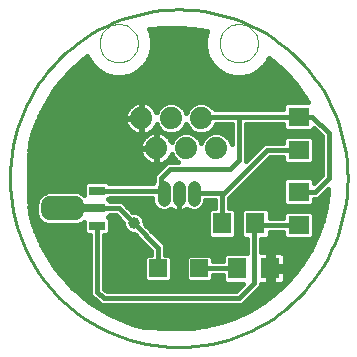
<source format=gtl>
G75*
G70*
%OFA0B0*%
%FSLAX24Y24*%
%IPPOS*%
%LPD*%
%AMOC8*
5,1,8,0,0,1.08239X$1,22.5*
%
%ADD10C,0.0100*%
%ADD11C,0.0436*%
%ADD12R,0.0709X0.0630*%
%ADD13R,0.0630X0.0709*%
%ADD14R,0.0551X0.0315*%
%ADD15R,0.0748X0.0315*%
%ADD16C,0.0600*%
%ADD17R,0.0591X0.0591*%
%ADD18C,0.0740*%
%ADD19C,0.0000*%
%ADD20C,0.0160*%
%ADD21C,0.0396*%
D10*
X000150Y005775D02*
X000157Y006051D01*
X000177Y006326D01*
X000211Y006600D01*
X000258Y006872D01*
X000319Y007142D01*
X000392Y007408D01*
X000479Y007670D01*
X000578Y007928D01*
X000690Y008180D01*
X000814Y008427D01*
X000950Y008667D01*
X001098Y008900D01*
X001257Y009126D01*
X001427Y009343D01*
X001607Y009553D01*
X001798Y009752D01*
X001997Y009943D01*
X002207Y010123D01*
X002424Y010293D01*
X002650Y010452D01*
X002883Y010600D01*
X003123Y010736D01*
X003370Y010860D01*
X003622Y010972D01*
X003880Y011071D01*
X004142Y011158D01*
X004408Y011231D01*
X004678Y011292D01*
X004950Y011339D01*
X005224Y011373D01*
X005499Y011393D01*
X005775Y011400D01*
X006051Y011393D01*
X006326Y011373D01*
X006600Y011339D01*
X006872Y011292D01*
X007142Y011231D01*
X007408Y011158D01*
X007670Y011071D01*
X007928Y010972D01*
X008180Y010860D01*
X008427Y010736D01*
X008667Y010600D01*
X008900Y010452D01*
X009126Y010293D01*
X009343Y010123D01*
X009553Y009943D01*
X009752Y009752D01*
X009943Y009553D01*
X010123Y009343D01*
X010293Y009126D01*
X010452Y008900D01*
X010600Y008667D01*
X010736Y008427D01*
X010860Y008180D01*
X010972Y007928D01*
X011071Y007670D01*
X011158Y007408D01*
X011231Y007142D01*
X011292Y006872D01*
X011339Y006600D01*
X011373Y006326D01*
X011393Y006051D01*
X011400Y005775D01*
X011393Y005499D01*
X011373Y005224D01*
X011339Y004950D01*
X011292Y004678D01*
X011231Y004408D01*
X011158Y004142D01*
X011071Y003880D01*
X010972Y003622D01*
X010860Y003370D01*
X010736Y003123D01*
X010600Y002883D01*
X010452Y002650D01*
X010293Y002424D01*
X010123Y002207D01*
X009943Y001997D01*
X009752Y001798D01*
X009553Y001607D01*
X009343Y001427D01*
X009126Y001257D01*
X008900Y001098D01*
X008667Y000950D01*
X008427Y000814D01*
X008180Y000690D01*
X007928Y000578D01*
X007670Y000479D01*
X007408Y000392D01*
X007142Y000319D01*
X006872Y000258D01*
X006600Y000211D01*
X006326Y000177D01*
X006051Y000157D01*
X005775Y000150D01*
X005499Y000157D01*
X005224Y000177D01*
X004950Y000211D01*
X004678Y000258D01*
X004408Y000319D01*
X004142Y000392D01*
X003880Y000479D01*
X003622Y000578D01*
X003370Y000690D01*
X003123Y000814D01*
X002883Y000950D01*
X002650Y001098D01*
X002424Y001257D01*
X002207Y001427D01*
X001997Y001607D01*
X001798Y001798D01*
X001607Y001997D01*
X001427Y002207D01*
X001257Y002424D01*
X001098Y002650D01*
X000950Y002883D01*
X000814Y003123D01*
X000690Y003370D01*
X000578Y003622D01*
X000479Y003880D01*
X000392Y004142D01*
X000319Y004408D01*
X000258Y004678D01*
X000211Y004950D01*
X000177Y005224D01*
X000157Y005499D01*
X000150Y005775D01*
D11*
X005275Y005493D02*
X005275Y005057D01*
X005775Y005057D02*
X005775Y005493D01*
X006275Y005493D02*
X006275Y005057D01*
D12*
X009775Y005326D03*
X009775Y004224D03*
X009775Y006724D03*
X009775Y007826D03*
D13*
X008326Y004275D03*
X007224Y004275D03*
X007724Y002775D03*
X008826Y002775D03*
D14*
X003055Y004185D03*
X003055Y005365D03*
D15*
X002955Y004775D03*
D16*
X002323Y004875D02*
X002323Y004675D01*
X001487Y004675D01*
X001487Y004875D01*
X002323Y004875D01*
D17*
X005086Y002775D03*
X006464Y002775D03*
D18*
X006025Y006775D03*
X007025Y006775D03*
X006525Y007775D03*
X005525Y007775D03*
X004525Y007775D03*
X005025Y006775D03*
D19*
X003135Y010275D02*
X003137Y010325D01*
X003143Y010375D01*
X003153Y010424D01*
X003166Y010473D01*
X003184Y010520D01*
X003205Y010566D01*
X003229Y010609D01*
X003257Y010651D01*
X003288Y010691D01*
X003322Y010728D01*
X003359Y010762D01*
X003399Y010793D01*
X003441Y010821D01*
X003484Y010845D01*
X003530Y010866D01*
X003577Y010884D01*
X003626Y010897D01*
X003675Y010907D01*
X003725Y010913D01*
X003775Y010915D01*
X003825Y010913D01*
X003875Y010907D01*
X003924Y010897D01*
X003973Y010884D01*
X004020Y010866D01*
X004066Y010845D01*
X004109Y010821D01*
X004151Y010793D01*
X004191Y010762D01*
X004228Y010728D01*
X004262Y010691D01*
X004293Y010651D01*
X004321Y010609D01*
X004345Y010566D01*
X004366Y010520D01*
X004384Y010473D01*
X004397Y010424D01*
X004407Y010375D01*
X004413Y010325D01*
X004415Y010275D01*
X004413Y010225D01*
X004407Y010175D01*
X004397Y010126D01*
X004384Y010077D01*
X004366Y010030D01*
X004345Y009984D01*
X004321Y009941D01*
X004293Y009899D01*
X004262Y009859D01*
X004228Y009822D01*
X004191Y009788D01*
X004151Y009757D01*
X004109Y009729D01*
X004066Y009705D01*
X004020Y009684D01*
X003973Y009666D01*
X003924Y009653D01*
X003875Y009643D01*
X003825Y009637D01*
X003775Y009635D01*
X003725Y009637D01*
X003675Y009643D01*
X003626Y009653D01*
X003577Y009666D01*
X003530Y009684D01*
X003484Y009705D01*
X003441Y009729D01*
X003399Y009757D01*
X003359Y009788D01*
X003322Y009822D01*
X003288Y009859D01*
X003257Y009899D01*
X003229Y009941D01*
X003205Y009984D01*
X003184Y010030D01*
X003166Y010077D01*
X003153Y010126D01*
X003143Y010175D01*
X003137Y010225D01*
X003135Y010275D01*
X007135Y010275D02*
X007137Y010325D01*
X007143Y010375D01*
X007153Y010424D01*
X007166Y010473D01*
X007184Y010520D01*
X007205Y010566D01*
X007229Y010609D01*
X007257Y010651D01*
X007288Y010691D01*
X007322Y010728D01*
X007359Y010762D01*
X007399Y010793D01*
X007441Y010821D01*
X007484Y010845D01*
X007530Y010866D01*
X007577Y010884D01*
X007626Y010897D01*
X007675Y010907D01*
X007725Y010913D01*
X007775Y010915D01*
X007825Y010913D01*
X007875Y010907D01*
X007924Y010897D01*
X007973Y010884D01*
X008020Y010866D01*
X008066Y010845D01*
X008109Y010821D01*
X008151Y010793D01*
X008191Y010762D01*
X008228Y010728D01*
X008262Y010691D01*
X008293Y010651D01*
X008321Y010609D01*
X008345Y010566D01*
X008366Y010520D01*
X008384Y010473D01*
X008397Y010424D01*
X008407Y010375D01*
X008413Y010325D01*
X008415Y010275D01*
X008413Y010225D01*
X008407Y010175D01*
X008397Y010126D01*
X008384Y010077D01*
X008366Y010030D01*
X008345Y009984D01*
X008321Y009941D01*
X008293Y009899D01*
X008262Y009859D01*
X008228Y009822D01*
X008191Y009788D01*
X008151Y009757D01*
X008109Y009729D01*
X008066Y009705D01*
X008020Y009684D01*
X007973Y009666D01*
X007924Y009653D01*
X007875Y009643D01*
X007825Y009637D01*
X007775Y009635D01*
X007725Y009637D01*
X007675Y009643D01*
X007626Y009653D01*
X007577Y009666D01*
X007530Y009684D01*
X007484Y009705D01*
X007441Y009729D01*
X007399Y009757D01*
X007359Y009788D01*
X007322Y009822D01*
X007288Y009859D01*
X007257Y009899D01*
X007229Y009941D01*
X007205Y009984D01*
X007184Y010030D01*
X007166Y010077D01*
X007153Y010126D01*
X007143Y010175D01*
X007137Y010225D01*
X007135Y010275D01*
D20*
X002815Y002288D02*
X002073Y002288D01*
X002172Y002172D02*
X001653Y002780D01*
X001235Y003462D01*
X000929Y004201D01*
X000829Y004617D01*
X000800Y004805D01*
X000775Y005275D01*
X000775Y006275D01*
X000800Y006745D01*
X000829Y006933D01*
X000929Y007349D01*
X001235Y008088D01*
X001653Y008770D01*
X002172Y009378D01*
X002729Y009853D01*
X002731Y009843D01*
X002879Y009587D01*
X003087Y009379D01*
X003343Y009231D01*
X003628Y009155D01*
X003922Y009155D01*
X004207Y009231D01*
X004463Y009379D01*
X004671Y009587D01*
X004819Y009843D01*
X004895Y010128D01*
X004895Y010422D01*
X004819Y010707D01*
X004795Y010749D01*
X004805Y010750D01*
X005275Y010775D01*
X005775Y010775D01*
X006265Y010751D01*
X006725Y010683D01*
X006655Y010422D01*
X006655Y010128D01*
X006731Y009843D01*
X006879Y009587D01*
X007087Y009379D01*
X007343Y009231D01*
X007628Y009155D01*
X007922Y009155D01*
X008207Y009231D01*
X008463Y009379D01*
X008671Y009587D01*
X008775Y009767D01*
X008947Y009640D01*
X009311Y009311D01*
X009640Y008947D01*
X009932Y008553D01*
X010083Y008301D01*
X009354Y008301D01*
X009261Y008207D01*
X009261Y008066D01*
X006978Y008066D01*
X006974Y008075D01*
X006825Y008224D01*
X006630Y008305D01*
X006420Y008305D01*
X006225Y008224D01*
X006076Y008075D01*
X006025Y007953D01*
X005974Y008075D01*
X005825Y008224D01*
X005630Y008305D01*
X005420Y008305D01*
X005225Y008224D01*
X005076Y008075D01*
X005036Y007981D01*
X005035Y007986D01*
X004995Y008063D01*
X004945Y008133D01*
X004883Y008195D01*
X004813Y008245D01*
X004736Y008285D01*
X004654Y008311D01*
X004568Y008325D01*
X004545Y008325D01*
X004545Y007795D01*
X004505Y007795D01*
X004505Y008325D01*
X004482Y008325D01*
X004396Y008311D01*
X004314Y008285D01*
X004237Y008245D01*
X004167Y008195D01*
X004105Y008133D01*
X004055Y008063D01*
X004015Y007986D01*
X003989Y007904D01*
X003975Y007818D01*
X003975Y007795D01*
X004505Y007795D01*
X004505Y007755D01*
X004545Y007755D01*
X004545Y007225D01*
X004568Y007225D01*
X004654Y007239D01*
X004736Y007265D01*
X004813Y007305D01*
X004883Y007355D01*
X004945Y007417D01*
X004995Y007487D01*
X005035Y007564D01*
X005036Y007569D01*
X005076Y007475D01*
X005225Y007326D01*
X005420Y007245D01*
X005630Y007245D01*
X005825Y007326D01*
X005974Y007475D01*
X006025Y007597D01*
X006076Y007475D01*
X006225Y007326D01*
X006420Y007245D01*
X006630Y007245D01*
X006825Y007326D01*
X006974Y007475D01*
X007020Y007586D01*
X007535Y007586D01*
X007535Y006929D01*
X007474Y007075D01*
X007325Y007224D01*
X007130Y007305D01*
X006920Y007305D01*
X006725Y007224D01*
X006576Y007075D01*
X006525Y006953D01*
X006474Y007075D01*
X006325Y007224D01*
X006130Y007305D01*
X005920Y007305D01*
X005725Y007224D01*
X005576Y007075D01*
X005536Y006981D01*
X005535Y006986D01*
X005495Y007063D01*
X005445Y007133D01*
X005383Y007195D01*
X005313Y007245D01*
X005236Y007285D01*
X005154Y007311D01*
X005068Y007325D01*
X005045Y007325D01*
X005045Y006795D01*
X005005Y006795D01*
X005005Y007325D01*
X004982Y007325D01*
X004896Y007311D01*
X004814Y007285D01*
X004737Y007245D01*
X004667Y007195D01*
X004605Y007133D01*
X004555Y007063D01*
X004515Y006986D01*
X004489Y006904D01*
X004475Y006818D01*
X004475Y006795D01*
X005005Y006795D01*
X005005Y006755D01*
X005045Y006755D01*
X005045Y006225D01*
X005068Y006225D01*
X005154Y006239D01*
X005236Y006265D01*
X005313Y006305D01*
X005383Y006355D01*
X005445Y006417D01*
X005495Y006487D01*
X005535Y006564D01*
X005536Y006569D01*
X005576Y006475D01*
X005725Y006326D01*
X005751Y006315D01*
X005427Y006315D01*
X005339Y006278D01*
X005272Y006211D01*
X004981Y005921D01*
X004945Y005833D01*
X004945Y005684D01*
X004912Y005605D01*
X003474Y005605D01*
X003397Y005683D01*
X002713Y005683D01*
X002619Y005589D01*
X002619Y005230D01*
X002584Y005265D01*
X002415Y005335D01*
X001395Y005335D01*
X001226Y005265D01*
X001096Y005136D01*
X001026Y004966D01*
X001026Y004583D01*
X001096Y004414D01*
X001226Y004285D01*
X001395Y004215D01*
X002415Y004215D01*
X002584Y004285D01*
X002619Y004320D01*
X002619Y003961D01*
X002713Y003867D01*
X002815Y003867D01*
X002815Y001947D01*
X002851Y001859D01*
X003072Y001639D01*
X003139Y001572D01*
X003227Y001535D01*
X007823Y001535D01*
X007911Y001572D01*
X008411Y002072D01*
X008478Y002139D01*
X008515Y002227D01*
X008515Y002241D01*
X008749Y002241D01*
X008749Y002698D01*
X008904Y002698D01*
X008904Y002852D01*
X009321Y002852D01*
X009321Y003153D01*
X009309Y003199D01*
X009285Y003240D01*
X009252Y003273D01*
X009211Y003297D01*
X009165Y003309D01*
X008904Y003309D01*
X008904Y002852D01*
X008749Y002852D01*
X008749Y003309D01*
X008515Y003309D01*
X008515Y003761D01*
X008707Y003761D01*
X008801Y003854D01*
X008801Y003984D01*
X009261Y003984D01*
X009261Y003843D01*
X009354Y003749D01*
X010196Y003749D01*
X010289Y003843D01*
X010289Y004605D01*
X010196Y004699D01*
X009354Y004699D01*
X009261Y004605D01*
X009261Y004464D01*
X008801Y004464D01*
X008801Y004696D01*
X008707Y004789D01*
X007945Y004789D01*
X007851Y004696D01*
X007851Y003854D01*
X007945Y003761D01*
X008035Y003761D01*
X008035Y003289D01*
X007343Y003289D01*
X007249Y003196D01*
X007249Y003015D01*
X006919Y003015D01*
X006919Y003137D01*
X006826Y003230D01*
X006102Y003230D01*
X006009Y003137D01*
X006009Y002413D01*
X006102Y002320D01*
X006826Y002320D01*
X006919Y002413D01*
X006919Y002535D01*
X007249Y002535D01*
X007249Y002354D01*
X007343Y002261D01*
X007921Y002261D01*
X007676Y002015D01*
X003374Y002015D01*
X003295Y002094D01*
X003295Y003867D01*
X003397Y003867D01*
X003491Y003961D01*
X003491Y004409D01*
X003418Y004481D01*
X003473Y004535D01*
X003676Y004535D01*
X003917Y004294D01*
X003917Y004204D01*
X003971Y004072D01*
X004072Y003971D01*
X004204Y003917D01*
X004294Y003917D01*
X004846Y003365D01*
X004846Y003230D01*
X004724Y003230D01*
X004631Y003137D01*
X004631Y002413D01*
X004724Y002320D01*
X005448Y002320D01*
X005541Y002413D01*
X005541Y003137D01*
X005448Y003230D01*
X005326Y003230D01*
X005326Y003512D01*
X005289Y003600D01*
X004633Y004256D01*
X004633Y004346D01*
X004579Y004478D01*
X004478Y004579D01*
X004346Y004633D01*
X004256Y004633D01*
X003978Y004911D01*
X003911Y004978D01*
X003823Y005015D01*
X003473Y005015D01*
X003418Y005069D01*
X003474Y005125D01*
X004897Y005125D01*
X004897Y004982D01*
X004954Y004843D01*
X005061Y004736D01*
X005200Y004679D01*
X005350Y004679D01*
X005489Y004736D01*
X005511Y004758D01*
X005521Y004748D01*
X005586Y004704D01*
X005659Y004674D01*
X005736Y004659D01*
X005775Y004659D01*
X005814Y004659D01*
X005891Y004674D01*
X005964Y004704D01*
X006029Y004748D01*
X006039Y004758D01*
X006061Y004736D01*
X006200Y004679D01*
X006350Y004679D01*
X006489Y004736D01*
X006596Y004843D01*
X006653Y004982D01*
X006653Y005035D01*
X006984Y005035D01*
X006984Y004789D01*
X006843Y004789D01*
X006749Y004696D01*
X006749Y003854D01*
X006843Y003761D01*
X007605Y003761D01*
X007699Y003854D01*
X007699Y004696D01*
X007605Y004789D01*
X007464Y004789D01*
X007464Y005124D01*
X008823Y006484D01*
X009261Y006484D01*
X009261Y006343D01*
X009354Y006249D01*
X010196Y006249D01*
X010289Y006343D01*
X010289Y007105D01*
X010196Y007199D01*
X009354Y007199D01*
X009261Y007105D01*
X009261Y006964D01*
X008676Y006964D01*
X008588Y006927D01*
X008520Y006860D01*
X008015Y006354D01*
X008015Y007586D01*
X009261Y007586D01*
X009261Y007445D01*
X009354Y007351D01*
X010196Y007351D01*
X010277Y007433D01*
X010535Y007176D01*
X010535Y005874D01*
X010289Y005629D01*
X010289Y005707D01*
X010196Y005801D01*
X009354Y005801D01*
X009261Y005707D01*
X009261Y004945D01*
X009354Y004851D01*
X010196Y004851D01*
X010289Y004945D01*
X010289Y005086D01*
X010374Y005086D01*
X010462Y005123D01*
X010757Y005418D01*
X010751Y005285D01*
X010679Y004800D01*
X010560Y004324D01*
X010394Y003862D01*
X010185Y003418D01*
X009932Y002997D01*
X009640Y002603D01*
X009311Y002239D01*
X008947Y001910D01*
X008553Y001618D01*
X008132Y001365D01*
X007688Y001156D01*
X007226Y000990D01*
X006750Y000871D01*
X006265Y000799D01*
X005775Y000775D01*
X005275Y000775D01*
X004805Y000800D01*
X004617Y000829D01*
X004201Y000929D01*
X003462Y001235D01*
X002780Y001653D01*
X002172Y002172D01*
X002222Y002129D02*
X002815Y002129D01*
X002815Y001971D02*
X002408Y001971D01*
X002594Y001812D02*
X002898Y001812D01*
X002779Y001654D02*
X003057Y001654D01*
X003037Y001495D02*
X008349Y001495D01*
X008602Y001654D02*
X007993Y001654D01*
X008152Y001812D02*
X008816Y001812D01*
X009014Y001971D02*
X008310Y001971D01*
X008469Y002129D02*
X009189Y002129D01*
X009165Y002241D02*
X009211Y002253D01*
X009252Y002277D01*
X009285Y002310D01*
X009309Y002351D01*
X009321Y002397D01*
X009321Y002698D01*
X008904Y002698D01*
X008904Y002241D01*
X009165Y002241D01*
X009263Y002288D02*
X009355Y002288D01*
X009321Y002446D02*
X009498Y002446D01*
X009642Y002605D02*
X009321Y002605D01*
X009321Y002922D02*
X009877Y002922D01*
X009982Y003080D02*
X009321Y003080D01*
X009286Y003239D02*
X010077Y003239D01*
X010172Y003397D02*
X008515Y003397D01*
X008515Y003556D02*
X010250Y003556D01*
X010325Y003714D02*
X008515Y003714D01*
X008801Y003873D02*
X009261Y003873D01*
X009775Y004224D02*
X008377Y004224D01*
X008326Y004275D01*
X008275Y004224D01*
X008275Y002275D01*
X007775Y001775D01*
X003275Y001775D01*
X003055Y001995D01*
X003055Y004185D01*
X003402Y003873D02*
X004338Y003873D01*
X004496Y003714D02*
X003295Y003714D01*
X003295Y003556D02*
X004655Y003556D01*
X004813Y003397D02*
X003295Y003397D01*
X003295Y003239D02*
X004846Y003239D01*
X004631Y003080D02*
X003295Y003080D01*
X003295Y002922D02*
X004631Y002922D01*
X004631Y002763D02*
X003295Y002763D01*
X003295Y002605D02*
X004631Y002605D01*
X004631Y002446D02*
X003295Y002446D01*
X003295Y002288D02*
X007315Y002288D01*
X007249Y002446D02*
X006919Y002446D01*
X006464Y002775D02*
X007724Y002775D01*
X007292Y003239D02*
X005326Y003239D01*
X005326Y003397D02*
X008035Y003397D01*
X008035Y003556D02*
X005308Y003556D01*
X005175Y003714D02*
X008035Y003714D01*
X007851Y003873D02*
X007699Y003873D01*
X007699Y004031D02*
X007851Y004031D01*
X007851Y004190D02*
X007699Y004190D01*
X007699Y004348D02*
X007851Y004348D01*
X007851Y004507D02*
X007699Y004507D01*
X007699Y004665D02*
X007851Y004665D01*
X007464Y004824D02*
X010683Y004824D01*
X010706Y004982D02*
X010289Y004982D01*
X010480Y005141D02*
X010730Y005141D01*
X010752Y005299D02*
X010639Y005299D01*
X010326Y005326D02*
X010775Y005775D01*
X010775Y007275D01*
X010224Y007826D01*
X009775Y007826D01*
X007775Y007826D01*
X007775Y006375D01*
X007475Y006075D01*
X005475Y006075D01*
X005185Y005785D01*
X005185Y005365D01*
X005275Y005275D01*
X005185Y005365D02*
X003055Y005365D01*
X003463Y005616D02*
X004917Y005616D01*
X004945Y005775D02*
X000775Y005775D01*
X000775Y005616D02*
X002647Y005616D01*
X002619Y005458D02*
X000775Y005458D01*
X000775Y005299D02*
X001309Y005299D01*
X001102Y005141D02*
X000782Y005141D01*
X000790Y004982D02*
X001033Y004982D01*
X001026Y004824D02*
X000799Y004824D01*
X000822Y004665D02*
X001026Y004665D01*
X001058Y004507D02*
X000856Y004507D01*
X000894Y004348D02*
X001162Y004348D01*
X000934Y004190D02*
X002619Y004190D01*
X002619Y004031D02*
X000999Y004031D01*
X001065Y003873D02*
X002707Y003873D01*
X002815Y003714D02*
X001131Y003714D01*
X001196Y003556D02*
X002815Y003556D01*
X002815Y003397D02*
X001275Y003397D01*
X001372Y003239D02*
X002815Y003239D01*
X002815Y003080D02*
X001469Y003080D01*
X001566Y002922D02*
X002815Y002922D01*
X002815Y002763D02*
X001667Y002763D01*
X001803Y002605D02*
X002815Y002605D01*
X002815Y002446D02*
X001938Y002446D01*
X003295Y002129D02*
X007790Y002129D01*
X008072Y001337D02*
X003296Y001337D01*
X003599Y001178D02*
X007737Y001178D01*
X007309Y001020D02*
X003982Y001020D01*
X004483Y000861D02*
X006686Y000861D01*
X006009Y002446D02*
X005541Y002446D01*
X005541Y002605D02*
X006009Y002605D01*
X006009Y002763D02*
X005541Y002763D01*
X005541Y002922D02*
X006009Y002922D01*
X006009Y003080D02*
X005541Y003080D01*
X005086Y002775D02*
X005086Y003464D01*
X004275Y004275D01*
X003775Y004775D01*
X002955Y004775D01*
X002619Y005299D02*
X002501Y005299D01*
X003445Y004507D02*
X003704Y004507D01*
X003862Y004348D02*
X003491Y004348D01*
X003491Y004190D02*
X003923Y004190D01*
X004012Y004031D02*
X003491Y004031D01*
X004224Y004665D02*
X005702Y004665D01*
X005775Y004665D02*
X005775Y004665D01*
X005775Y004659D02*
X005775Y005275D01*
X005775Y005275D01*
X005775Y004659D01*
X005848Y004665D02*
X006749Y004665D01*
X006749Y004507D02*
X004549Y004507D01*
X004632Y004348D02*
X006749Y004348D01*
X006749Y004190D02*
X004699Y004190D01*
X004858Y004031D02*
X006749Y004031D01*
X006749Y003873D02*
X005016Y003873D01*
X004973Y004824D02*
X004065Y004824D01*
X003901Y004982D02*
X004897Y004982D01*
X004994Y005934D02*
X000775Y005934D01*
X000775Y006092D02*
X005153Y006092D01*
X005191Y006251D02*
X005311Y006251D01*
X005437Y006409D02*
X005641Y006409D01*
X005537Y006568D02*
X005536Y006568D01*
X005506Y007043D02*
X005562Y007043D01*
X005702Y007202D02*
X005374Y007202D01*
X005190Y007360D02*
X004888Y007360D01*
X005012Y007519D02*
X005058Y007519D01*
X005045Y007202D02*
X005005Y007202D01*
X005005Y007043D02*
X005045Y007043D01*
X005045Y006885D02*
X005005Y006885D01*
X005005Y006755D02*
X004475Y006755D01*
X004475Y006732D01*
X004489Y006646D01*
X004515Y006564D01*
X004555Y006487D01*
X004605Y006417D01*
X004667Y006355D01*
X004737Y006305D01*
X004814Y006265D01*
X004896Y006239D01*
X004982Y006225D01*
X005005Y006225D01*
X005005Y006755D01*
X005005Y006726D02*
X005045Y006726D01*
X005045Y006568D02*
X005005Y006568D01*
X005005Y006409D02*
X005045Y006409D01*
X005045Y006251D02*
X005005Y006251D01*
X004859Y006251D02*
X000775Y006251D01*
X000782Y006409D02*
X004613Y006409D01*
X004514Y006568D02*
X000790Y006568D01*
X000799Y006726D02*
X004476Y006726D01*
X004485Y006885D02*
X000822Y006885D01*
X000856Y007043D02*
X004544Y007043D01*
X004676Y007202D02*
X000894Y007202D01*
X000934Y007360D02*
X004162Y007360D01*
X004167Y007355D02*
X004237Y007305D01*
X004314Y007265D01*
X004396Y007239D01*
X004482Y007225D01*
X004505Y007225D01*
X004505Y007755D01*
X003975Y007755D01*
X003975Y007732D01*
X003989Y007646D01*
X004015Y007564D01*
X004055Y007487D01*
X004105Y007417D01*
X004167Y007355D01*
X004038Y007519D02*
X000999Y007519D01*
X001065Y007677D02*
X003984Y007677D01*
X003978Y007836D02*
X001131Y007836D01*
X001196Y007994D02*
X004019Y007994D01*
X004125Y008153D02*
X001275Y008153D01*
X001372Y008311D02*
X004395Y008311D01*
X004505Y008311D02*
X004545Y008311D01*
X004655Y008311D02*
X010077Y008311D01*
X009982Y008470D02*
X001469Y008470D01*
X001566Y008628D02*
X009877Y008628D01*
X009759Y008787D02*
X001667Y008787D01*
X001803Y008945D02*
X009642Y008945D01*
X009498Y009104D02*
X001938Y009104D01*
X002073Y009262D02*
X003290Y009262D01*
X003046Y009421D02*
X002222Y009421D01*
X002408Y009579D02*
X002887Y009579D01*
X002792Y009738D02*
X002594Y009738D01*
X004260Y009262D02*
X007290Y009262D01*
X007046Y009421D02*
X004504Y009421D01*
X004663Y009579D02*
X006887Y009579D01*
X006792Y009738D02*
X004758Y009738D01*
X004833Y009896D02*
X006717Y009896D01*
X006675Y010055D02*
X004875Y010055D01*
X004895Y010213D02*
X006655Y010213D01*
X006655Y010372D02*
X004895Y010372D01*
X004866Y010530D02*
X006684Y010530D01*
X006686Y010689D02*
X004824Y010689D01*
X004925Y008153D02*
X005153Y008153D01*
X005042Y007994D02*
X005031Y007994D01*
X004545Y007994D02*
X004505Y007994D01*
X004505Y007836D02*
X004545Y007836D01*
X004525Y007775D02*
X004474Y007826D01*
X004505Y007677D02*
X004545Y007677D01*
X004545Y007519D02*
X004505Y007519D01*
X004505Y007360D02*
X004545Y007360D01*
X004545Y008153D02*
X004505Y008153D01*
X005860Y007360D02*
X006190Y007360D01*
X006058Y007519D02*
X005992Y007519D01*
X006008Y007994D02*
X006042Y007994D01*
X006153Y008153D02*
X005897Y008153D01*
X006525Y007775D02*
X006576Y007826D01*
X007775Y007826D01*
X008015Y007519D02*
X009261Y007519D01*
X009346Y007360D02*
X008015Y007360D01*
X008015Y007202D02*
X010509Y007202D01*
X010535Y007043D02*
X010289Y007043D01*
X010289Y006885D02*
X010535Y006885D01*
X010535Y006726D02*
X010289Y006726D01*
X010289Y006568D02*
X010535Y006568D01*
X010535Y006409D02*
X010289Y006409D01*
X010197Y006251D02*
X010535Y006251D01*
X010535Y006092D02*
X008431Y006092D01*
X008273Y005934D02*
X010535Y005934D01*
X010436Y005775D02*
X010222Y005775D01*
X010326Y005326D02*
X009775Y005326D01*
X009261Y005299D02*
X007639Y005299D01*
X007480Y005141D02*
X009261Y005141D01*
X009261Y004982D02*
X007464Y004982D01*
X007224Y005224D02*
X007173Y005275D01*
X006275Y005275D01*
X006653Y004982D02*
X006984Y004982D01*
X006984Y004824D02*
X006577Y004824D01*
X007224Y005224D02*
X007224Y004275D01*
X007224Y005224D02*
X008724Y006724D01*
X009775Y006724D01*
X009261Y006409D02*
X008748Y006409D01*
X008590Y006251D02*
X009353Y006251D01*
X009328Y005775D02*
X008114Y005775D01*
X007956Y005616D02*
X009261Y005616D01*
X009261Y005458D02*
X007797Y005458D01*
X008015Y006409D02*
X008070Y006409D01*
X008015Y006568D02*
X008228Y006568D01*
X008387Y006726D02*
X008015Y006726D01*
X008015Y006885D02*
X008545Y006885D01*
X008015Y007043D02*
X009261Y007043D01*
X010204Y007360D02*
X010351Y007360D01*
X009261Y008153D02*
X006897Y008153D01*
X006992Y007519D02*
X007535Y007519D01*
X007535Y007360D02*
X006860Y007360D01*
X006702Y007202D02*
X006348Y007202D01*
X006488Y007043D02*
X006562Y007043D01*
X007348Y007202D02*
X007535Y007202D01*
X007535Y007043D02*
X007488Y007043D01*
X005775Y005141D02*
X005775Y005141D01*
X005775Y004982D02*
X005775Y004982D01*
X005775Y004824D02*
X005775Y004824D01*
X006919Y003080D02*
X007249Y003080D01*
X008749Y003080D02*
X008904Y003080D01*
X008904Y002922D02*
X008749Y002922D01*
X008904Y002763D02*
X009759Y002763D01*
X008904Y002605D02*
X008749Y002605D01*
X008749Y002446D02*
X008904Y002446D01*
X008904Y002288D02*
X008749Y002288D01*
X008749Y003239D02*
X008904Y003239D01*
X008801Y004507D02*
X009261Y004507D01*
X009321Y004665D02*
X008801Y004665D01*
X010229Y004665D02*
X010645Y004665D01*
X010606Y004507D02*
X010289Y004507D01*
X010289Y004348D02*
X010566Y004348D01*
X010512Y004190D02*
X010289Y004190D01*
X010289Y004031D02*
X010455Y004031D01*
X010398Y003873D02*
X010289Y003873D01*
X009355Y009262D02*
X008260Y009262D01*
X008504Y009421D02*
X009189Y009421D01*
X009014Y009579D02*
X008663Y009579D01*
X008758Y009738D02*
X008816Y009738D01*
D21*
X004275Y004275D03*
M02*

</source>
